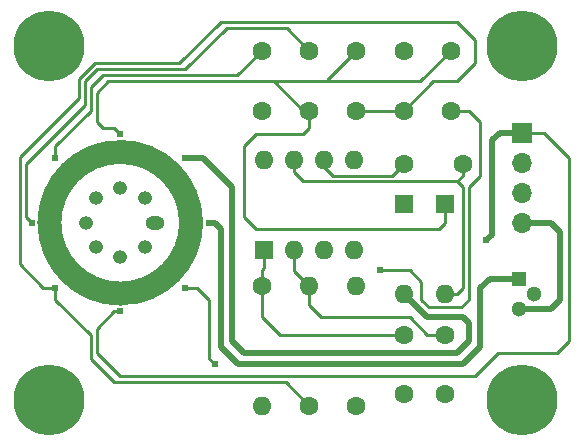
<source format=gbr>
%TF.GenerationSoftware,KiCad,Pcbnew,(5.1.10)-1*%
%TF.CreationDate,2021-12-11T17:16:27+05:30*%
%TF.ProjectId,LTZ1000 Board,4c545a31-3030-4302-9042-6f6172642e6b,rev?*%
%TF.SameCoordinates,Original*%
%TF.FileFunction,Copper,L1,Top*%
%TF.FilePolarity,Positive*%
%FSLAX46Y46*%
G04 Gerber Fmt 4.6, Leading zero omitted, Abs format (unit mm)*
G04 Created by KiCad (PCBNEW (5.1.10)-1) date 2021-12-11 17:16:27*
%MOMM*%
%LPD*%
G01*
G04 APERTURE LIST*
%TA.AperFunction,NonConductor*%
%ADD10C,2.000000*%
%TD*%
%TA.AperFunction,ComponentPad*%
%ADD11O,1.600000X1.600000*%
%TD*%
%TA.AperFunction,ComponentPad*%
%ADD12R,1.600000X1.600000*%
%TD*%
%TA.AperFunction,ComponentPad*%
%ADD13O,1.700000X1.700000*%
%TD*%
%TA.AperFunction,ComponentPad*%
%ADD14R,1.700000X1.700000*%
%TD*%
%TA.AperFunction,ComponentPad*%
%ADD15C,0.800000*%
%TD*%
%TA.AperFunction,ComponentPad*%
%ADD16C,6.000000*%
%TD*%
%TA.AperFunction,ComponentPad*%
%ADD17O,1.200000X1.200000*%
%TD*%
%TA.AperFunction,ComponentPad*%
%ADD18O,1.600000X1.200000*%
%TD*%
%TA.AperFunction,ComponentPad*%
%ADD19R,1.300000X1.300000*%
%TD*%
%TA.AperFunction,ComponentPad*%
%ADD20C,1.300000*%
%TD*%
%TA.AperFunction,ComponentPad*%
%ADD21C,1.600000*%
%TD*%
%TA.AperFunction,ViaPad*%
%ADD22C,0.609600*%
%TD*%
%TA.AperFunction,Conductor*%
%ADD23C,0.254000*%
%TD*%
%TA.AperFunction,Conductor*%
%ADD24C,0.508000*%
%TD*%
G04 APERTURE END LIST*
D10*
X142000000Y-105000000D02*
G75*
G03*
X142000000Y-105000000I-6000000J0D01*
G01*
D11*
%TO.P,U1,8*%
%TO.N,VCC*%
X148190000Y-99690000D03*
%TO.P,U1,4*%
%TO.N,GND*%
X155810000Y-107310000D03*
%TO.P,U1,7*%
%TO.N,Net-(C3-Pad1)*%
X150730000Y-99690000D03*
%TO.P,U1,3*%
%TO.N,Net-(R3-Pad2)*%
X153270000Y-107310000D03*
%TO.P,U1,6*%
%TO.N,Net-(C3-Pad2)*%
X153270000Y-99690000D03*
%TO.P,U1,2*%
%TO.N,Net-(C2-Pad1)*%
X150730000Y-107310000D03*
%TO.P,U1,5*%
%TO.N,Net-(R9-Pad2)*%
X155810000Y-99690000D03*
D12*
%TO.P,U1,1*%
%TO.N,Net-(C1-Pad1)*%
X148190000Y-107310000D03*
%TD*%
D11*
%TO.P,D2,2*%
%TO.N,Net-(C3-Pad1)*%
X163500000Y-111000000D03*
D12*
%TO.P,D2,1*%
%TO.N,/Z+*%
X163500000Y-103380000D03*
%TD*%
D11*
%TO.P,D1,2*%
%TO.N,Net-(D1-Pad2)*%
X160000000Y-111000000D03*
D12*
%TO.P,D1,1*%
%TO.N,GND*%
X160000000Y-103380000D03*
%TD*%
D13*
%TO.P,J1,4*%
%TO.N,VCC*%
X170000000Y-105000000D03*
%TO.P,J1,3*%
%TO.N,/Z+*%
X170000000Y-102460000D03*
%TO.P,J1,2*%
%TO.N,GND*%
X170000000Y-99920000D03*
D14*
%TO.P,J1,1*%
X170000000Y-97380000D03*
%TD*%
D15*
%TO.P,H2,1*%
%TO.N,N/C*%
X131590990Y-118409010D03*
X130000000Y-117750000D03*
X128409010Y-118409010D03*
X127750000Y-120000000D03*
X128409010Y-121590990D03*
X130000000Y-122250000D03*
X131590990Y-121590990D03*
X132250000Y-120000000D03*
D16*
X130000000Y-120000000D03*
%TD*%
D17*
%TO.P,U2,8*%
%TO.N,Net-(R3-Pad2)*%
X138065752Y-107064752D03*
%TO.P,U2,7*%
%TO.N,GND*%
X136001000Y-107920000D03*
%TO.P,U2,6*%
%TO.N,Net-(R4-Pad1)*%
X133936248Y-107064752D03*
%TO.P,U2,5*%
%TO.N,Net-(R9-Pad2)*%
X133081000Y-105000000D03*
%TO.P,U2,4*%
%TO.N,Net-(C3-Pad2)*%
X133936248Y-102935248D03*
%TO.P,U2,3*%
%TO.N,/Z+*%
X136001000Y-102080000D03*
%TO.P,U2,2*%
%TO.N,Net-(D1-Pad2)*%
X138065752Y-102935248D03*
D18*
%TO.P,U2,1*%
%TO.N,Net-(Q1-Pad1)*%
X138921000Y-105000000D03*
%TD*%
D15*
%TO.P,H4,1*%
%TO.N,N/C*%
X171590990Y-118409010D03*
X170000000Y-117750000D03*
X168409010Y-118409010D03*
X167750000Y-120000000D03*
X168409010Y-121590990D03*
X170000000Y-122250000D03*
X171590990Y-121590990D03*
X172250000Y-120000000D03*
D16*
X170000000Y-120000000D03*
%TD*%
D15*
%TO.P,H3,1*%
%TO.N,N/C*%
X171590990Y-88409010D03*
X170000000Y-87750000D03*
X168409010Y-88409010D03*
X167750000Y-90000000D03*
X168409010Y-91590990D03*
X170000000Y-92250000D03*
X171590990Y-91590990D03*
X172250000Y-90000000D03*
D16*
X170000000Y-90000000D03*
%TD*%
D15*
%TO.P,H1,1*%
%TO.N,N/C*%
X131590990Y-88409010D03*
X130000000Y-87750000D03*
X128409010Y-88409010D03*
X127750000Y-90000000D03*
X128409010Y-91590990D03*
X130000000Y-92250000D03*
X131590990Y-91590990D03*
X132250000Y-90000000D03*
D16*
X130000000Y-90000000D03*
%TD*%
D19*
%TO.P,Q1,1*%
%TO.N,Net-(Q1-Pad1)*%
X169730000Y-109730000D03*
D20*
%TO.P,Q1,3*%
%TO.N,VCC*%
X169730000Y-112270000D03*
%TO.P,Q1,2*%
%TO.N,Net-(Q1-Pad2)*%
X171000000Y-111000000D03*
%TD*%
D21*
%TO.P,R9,2*%
%TO.N,Net-(R9-Pad2)*%
X152000000Y-90420000D03*
%TO.P,R9,1*%
%TO.N,/Z+*%
X152000000Y-95500000D03*
%TD*%
%TO.P,R8,2*%
%TO.N,GND*%
X148000000Y-95500000D03*
%TO.P,R8,1*%
%TO.N,Net-(C3-Pad2)*%
X148000000Y-90420000D03*
%TD*%
%TO.P,R7,2*%
%TO.N,GND*%
X160000000Y-90420000D03*
%TO.P,R7,1*%
%TO.N,Net-(R4-Pad1)*%
X160000000Y-95500000D03*
%TD*%
%TO.P,R6,2*%
%TO.N,Net-(R4-Pad1)*%
X156000000Y-95500000D03*
%TO.P,R6,1*%
%TO.N,/Z+*%
X156000000Y-90420000D03*
%TD*%
D11*
%TO.P,R4,2*%
%TO.N,Net-(C2-Pad1)*%
X152000000Y-110340000D03*
D21*
%TO.P,R4,1*%
%TO.N,Net-(R4-Pad1)*%
X152000000Y-120500000D03*
%TD*%
%TO.P,R3,2*%
%TO.N,Net-(R3-Pad2)*%
X164000000Y-95500000D03*
%TO.P,R3,1*%
%TO.N,/Z+*%
X164000000Y-90420000D03*
%TD*%
D11*
%TO.P,R2,2*%
%TO.N,Net-(Q1-Pad2)*%
X148000000Y-120500000D03*
D21*
%TO.P,R2,1*%
%TO.N,Net-(C1-Pad1)*%
X148000000Y-110340000D03*
%TD*%
D11*
%TO.P,R1,2*%
%TO.N,Net-(Q1-Pad1)*%
X156000000Y-110340000D03*
D21*
%TO.P,R1,1*%
%TO.N,Net-(C1-Pad2)*%
X156000000Y-120500000D03*
%TD*%
%TO.P,C3,2*%
%TO.N,Net-(C3-Pad2)*%
X160000000Y-100000000D03*
%TO.P,C3,1*%
%TO.N,Net-(C3-Pad1)*%
X165000000Y-100000000D03*
%TD*%
%TO.P,C2,2*%
%TO.N,Net-(C1-Pad1)*%
X163500000Y-119500000D03*
%TO.P,C2,1*%
%TO.N,Net-(C2-Pad1)*%
X163500000Y-114500000D03*
%TD*%
%TO.P,C1,2*%
%TO.N,Net-(C1-Pad2)*%
X160000000Y-119500000D03*
%TO.P,C1,1*%
%TO.N,Net-(C1-Pad1)*%
X160000000Y-114500000D03*
%TD*%
D22*
%TO.N,Net-(C3-Pad2)*%
X130501010Y-99500000D03*
%TO.N,GND*%
X136001000Y-112499000D03*
X166999992Y-106500008D03*
%TO.N,Net-(D1-Pad2)*%
X141500000Y-99501000D03*
%TO.N,Net-(Q1-Pad1)*%
X143499994Y-105000000D03*
%TO.N,Net-(R3-Pad2)*%
X141500000Y-110500000D03*
X144000000Y-117000000D03*
X158000000Y-109000000D03*
%TO.N,Net-(R4-Pad1)*%
X130500000Y-110500000D03*
%TO.N,Net-(R9-Pad2)*%
X128500000Y-105000000D03*
%TO.N,/Z+*%
X136001000Y-97501000D03*
%TD*%
D23*
%TO.N,Net-(C1-Pad1)*%
X148190000Y-107310000D02*
X148190000Y-108810000D01*
X148000000Y-109000000D02*
X148000000Y-110340000D01*
X148190000Y-108810000D02*
X148000000Y-109000000D01*
X148000000Y-110340000D02*
X148000000Y-113000000D01*
X149500000Y-114500000D02*
X160000000Y-114500000D01*
X148000000Y-113000000D02*
X149500000Y-114500000D01*
%TO.N,Net-(C2-Pad1)*%
X150730000Y-109070000D02*
X152000000Y-110340000D01*
X150730000Y-107310000D02*
X150730000Y-109070000D01*
X162000000Y-114500000D02*
X163500000Y-114500000D01*
X160500000Y-113000000D02*
X162000000Y-114500000D01*
X153000000Y-113000000D02*
X160500000Y-113000000D01*
X152000000Y-112000000D02*
X153000000Y-113000000D01*
X152000000Y-110340000D02*
X152000000Y-112000000D01*
%TO.N,Net-(C3-Pad2)*%
X133500000Y-95500000D02*
X130501010Y-98498990D01*
X133500000Y-93500000D02*
X133500000Y-95500000D01*
X134500000Y-92500000D02*
X133500000Y-93500000D01*
X145920000Y-92500000D02*
X134500000Y-92500000D01*
X130501010Y-98498990D02*
X130501010Y-99500000D01*
X148000000Y-90420000D02*
X145920000Y-92500000D01*
X153270000Y-99690000D02*
X153270000Y-100270000D01*
X153270000Y-100270000D02*
X154000000Y-101000000D01*
X159000000Y-101000000D02*
X160000000Y-100000000D01*
X154000000Y-101000000D02*
X159000000Y-101000000D01*
%TO.N,Net-(C3-Pad1)*%
X150730000Y-99690000D02*
X150730000Y-100730000D01*
X150730000Y-100730000D02*
X151500000Y-101500000D01*
X151500000Y-101500000D02*
X164500000Y-101500000D01*
X165000000Y-101000000D02*
X165000000Y-100000000D01*
X164500000Y-101500000D02*
X165000000Y-101000000D01*
X165000000Y-110500000D02*
X165000000Y-102000000D01*
X164500000Y-111000000D02*
X165000000Y-110500000D01*
X165000000Y-102000000D02*
X164500000Y-101500000D01*
X163500000Y-111000000D02*
X164500000Y-111000000D01*
D24*
%TO.N,GND*%
X167500000Y-106000000D02*
X166999992Y-106500008D01*
X167500000Y-98000000D02*
X167500000Y-106000000D01*
X168120000Y-97380000D02*
X167500000Y-98000000D01*
X170000000Y-97380000D02*
X168120000Y-97380000D01*
D23*
X171880000Y-97380000D02*
X170000000Y-97380000D01*
X174000000Y-99500000D02*
X171880000Y-97380000D01*
X174000000Y-115000000D02*
X174000000Y-99500000D01*
X168000000Y-116000000D02*
X173000000Y-116000000D01*
X173000000Y-116000000D02*
X174000000Y-115000000D01*
X166000000Y-118000000D02*
X168000000Y-116000000D01*
X136000000Y-118000000D02*
X166000000Y-118000000D01*
X134000000Y-116000000D02*
X136000000Y-118000000D01*
X134000000Y-114000000D02*
X134000000Y-116000000D01*
X135501000Y-112499000D02*
X134000000Y-114000000D01*
X136001000Y-112499000D02*
X135501000Y-112499000D01*
D24*
%TO.N,Net-(D1-Pad2)*%
X162000000Y-113000000D02*
X160000000Y-111000000D01*
X165500000Y-113500000D02*
X165000000Y-113000000D01*
X165500000Y-115000000D02*
X165500000Y-113500000D01*
X146500000Y-116000000D02*
X164500000Y-116000000D01*
X145500000Y-115000000D02*
X146500000Y-116000000D01*
X164500000Y-116000000D02*
X165500000Y-115000000D01*
X145500000Y-102000000D02*
X145500000Y-115000000D01*
X165000000Y-113000000D02*
X162000000Y-113000000D01*
X143001000Y-99501000D02*
X145500000Y-102000000D01*
X141500000Y-99501000D02*
X143001000Y-99501000D01*
%TO.N,Net-(Q1-Pad1)*%
X144500000Y-115500000D02*
X144500000Y-105500000D01*
X146000000Y-117000000D02*
X144500000Y-115500000D01*
X165000000Y-117000000D02*
X146000000Y-117000000D01*
X166500000Y-115500000D02*
X165000000Y-117000000D01*
X144000000Y-105000000D02*
X143499994Y-105000000D01*
X144500000Y-105500000D02*
X144000000Y-105000000D01*
X167270000Y-109730000D02*
X166500000Y-110500000D01*
X166500000Y-110500000D02*
X166500000Y-115500000D01*
X169730000Y-109730000D02*
X167270000Y-109730000D01*
D23*
%TO.N,Net-(R3-Pad2)*%
X141500000Y-110500000D02*
X142500000Y-110500000D01*
X142500000Y-110500000D02*
X143500000Y-111500000D01*
X143500000Y-116500000D02*
X144000000Y-117000000D01*
X143500000Y-111500000D02*
X143500000Y-116500000D01*
X158000000Y-109000000D02*
X158000000Y-109000000D01*
X160500000Y-109000000D02*
X158000000Y-109000000D01*
X165500000Y-111500000D02*
X164872999Y-112127001D01*
X161500000Y-110000000D02*
X160500000Y-109000000D01*
X165500000Y-102000000D02*
X165500000Y-111500000D01*
X164872999Y-112127001D02*
X162127001Y-112127001D01*
X166500000Y-101000000D02*
X165500000Y-102000000D01*
X161500000Y-111500000D02*
X161500000Y-110000000D01*
X166500000Y-96500000D02*
X166500000Y-101000000D01*
X165500000Y-95500000D02*
X166500000Y-96500000D01*
X162127001Y-112127001D02*
X161500000Y-111500000D01*
X164000000Y-95500000D02*
X165500000Y-95500000D01*
%TO.N,Net-(R4-Pad1)*%
X156000000Y-95500000D02*
X160000000Y-95500000D01*
X129500000Y-110500000D02*
X130500000Y-110500000D01*
X160000000Y-95500000D02*
X162500000Y-93000000D01*
X162500000Y-93000000D02*
X164500000Y-93000000D01*
X164500000Y-93000000D02*
X166000000Y-91500000D01*
X166000000Y-91500000D02*
X166000000Y-89500000D01*
X166000000Y-89500000D02*
X164500000Y-88000000D01*
X127500000Y-108500000D02*
X129500000Y-110500000D01*
X164500000Y-88000000D02*
X144500000Y-88000000D01*
X132500000Y-92857934D02*
X132500000Y-94428967D01*
X144500000Y-88000000D02*
X141000000Y-91500000D01*
X141000000Y-91500000D02*
X133857934Y-91500000D01*
X133857934Y-91500000D02*
X132500000Y-92857934D01*
X132500000Y-94428967D02*
X127500000Y-99428967D01*
X127500000Y-99428967D02*
X127500000Y-108500000D01*
X150000000Y-118500000D02*
X152000000Y-120500000D01*
X135500000Y-118500000D02*
X150000000Y-118500000D01*
X133500000Y-116500000D02*
X135500000Y-118500000D01*
X133500000Y-114500000D02*
X133500000Y-116500000D01*
X130500000Y-111500000D02*
X133500000Y-114500000D01*
X130500000Y-110500000D02*
X130500000Y-111500000D01*
%TO.N,Net-(R9-Pad2)*%
X128000000Y-100000000D02*
X128000000Y-104500000D01*
X133000000Y-95000000D02*
X128000000Y-100000000D01*
X133000000Y-93000000D02*
X133000000Y-95000000D01*
X134000000Y-92000000D02*
X133000000Y-93000000D01*
X145000000Y-88500000D02*
X141500000Y-92000000D01*
X141500000Y-92000000D02*
X134000000Y-92000000D01*
X150080000Y-88500000D02*
X145000000Y-88500000D01*
X128000000Y-104500000D02*
X128500000Y-105000000D01*
X152000000Y-90420000D02*
X150080000Y-88500000D01*
D24*
%TO.N,VCC*%
X172500000Y-105000000D02*
X170000000Y-105000000D01*
X173250000Y-105750000D02*
X172500000Y-105000000D01*
X173250000Y-111500000D02*
X173250000Y-105750000D01*
X172480000Y-112270000D02*
X173250000Y-111500000D01*
X169730000Y-112270000D02*
X172480000Y-112270000D01*
D23*
%TO.N,/Z+*%
X151500000Y-95500000D02*
X149000000Y-93000000D01*
X152000000Y-95500000D02*
X151500000Y-95500000D01*
X161420000Y-93000000D02*
X164000000Y-90420000D01*
X154500000Y-93000000D02*
X161420000Y-93000000D01*
X154000000Y-93000000D02*
X154500000Y-93000000D01*
X149000000Y-93000000D02*
X154000000Y-93000000D01*
X153500000Y-93000000D02*
X154500000Y-93000000D01*
X153500000Y-92920000D02*
X153500000Y-93000000D01*
X156000000Y-90420000D02*
X153500000Y-92920000D01*
X136001000Y-97501000D02*
X135500000Y-97000000D01*
X135000000Y-93000000D02*
X149000000Y-93000000D01*
X134000000Y-94000000D02*
X135000000Y-93000000D01*
X134000000Y-96500000D02*
X134000000Y-94000000D01*
X134000000Y-96500000D02*
X134500000Y-97000000D01*
X134500000Y-97000000D02*
X135500000Y-97000000D01*
X163500000Y-103380000D02*
X163500000Y-105000000D01*
X163500000Y-105000000D02*
X163000000Y-105500000D01*
X163000000Y-105500000D02*
X147500000Y-105500000D01*
X147500000Y-105500000D02*
X146500000Y-104500000D01*
X146500000Y-104500000D02*
X146500000Y-98500000D01*
X146500000Y-98500000D02*
X147500000Y-97500000D01*
X147500000Y-97500000D02*
X151500000Y-97500000D01*
X152000000Y-97000000D02*
X152000000Y-95500000D01*
X151500000Y-97500000D02*
X152000000Y-97000000D01*
%TD*%
M02*

</source>
